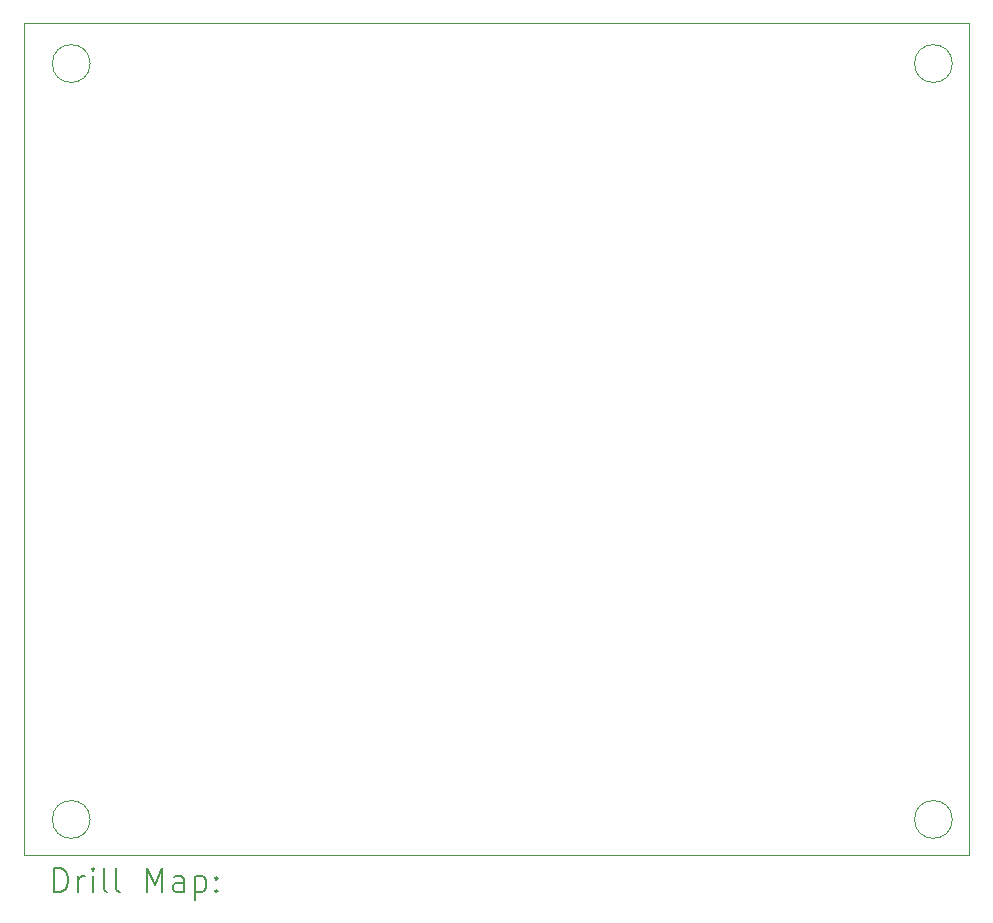
<source format=gbr>
%TF.GenerationSoftware,KiCad,Pcbnew,8.0.8*%
%TF.CreationDate,2025-02-24T17:06:38+09:00*%
%TF.ProjectId,LM13700_Overdrive,4c4d3133-3730-4305-9f4f-766572647269,rev?*%
%TF.SameCoordinates,Original*%
%TF.FileFunction,Drillmap*%
%TF.FilePolarity,Positive*%
%FSLAX45Y45*%
G04 Gerber Fmt 4.5, Leading zero omitted, Abs format (unit mm)*
G04 Created by KiCad (PCBNEW 8.0.8) date 2025-02-24 17:06:38*
%MOMM*%
%LPD*%
G01*
G04 APERTURE LIST*
%ADD10C,0.050000*%
%ADD11C,0.200000*%
G04 APERTURE END LIST*
D10*
X9360000Y-9400000D02*
G75*
G02*
X9040000Y-9400000I-160000J0D01*
G01*
X9040000Y-9400000D02*
G75*
G02*
X9360000Y-9400000I160000J0D01*
G01*
X16660000Y-9400000D02*
G75*
G02*
X16340000Y-9400000I-160000J0D01*
G01*
X16340000Y-9400000D02*
G75*
G02*
X16660000Y-9400000I160000J0D01*
G01*
X9360000Y-3000000D02*
G75*
G02*
X9040000Y-3000000I-160000J0D01*
G01*
X9040000Y-3000000D02*
G75*
G02*
X9360000Y-3000000I160000J0D01*
G01*
X16660000Y-3000000D02*
G75*
G02*
X16340000Y-3000000I-160000J0D01*
G01*
X16340000Y-3000000D02*
G75*
G02*
X16660000Y-3000000I160000J0D01*
G01*
X8800000Y-2653000D02*
X16800000Y-2653000D01*
X16800000Y-9700000D01*
X8800000Y-9700000D01*
X8800000Y-2653000D01*
D11*
X9058277Y-10013984D02*
X9058277Y-9813984D01*
X9058277Y-9813984D02*
X9105896Y-9813984D01*
X9105896Y-9813984D02*
X9134467Y-9823508D01*
X9134467Y-9823508D02*
X9153515Y-9842555D01*
X9153515Y-9842555D02*
X9163039Y-9861603D01*
X9163039Y-9861603D02*
X9172563Y-9899698D01*
X9172563Y-9899698D02*
X9172563Y-9928270D01*
X9172563Y-9928270D02*
X9163039Y-9966365D01*
X9163039Y-9966365D02*
X9153515Y-9985412D01*
X9153515Y-9985412D02*
X9134467Y-10004460D01*
X9134467Y-10004460D02*
X9105896Y-10013984D01*
X9105896Y-10013984D02*
X9058277Y-10013984D01*
X9258277Y-10013984D02*
X9258277Y-9880650D01*
X9258277Y-9918746D02*
X9267801Y-9899698D01*
X9267801Y-9899698D02*
X9277324Y-9890174D01*
X9277324Y-9890174D02*
X9296372Y-9880650D01*
X9296372Y-9880650D02*
X9315420Y-9880650D01*
X9382086Y-10013984D02*
X9382086Y-9880650D01*
X9382086Y-9813984D02*
X9372563Y-9823508D01*
X9372563Y-9823508D02*
X9382086Y-9833031D01*
X9382086Y-9833031D02*
X9391610Y-9823508D01*
X9391610Y-9823508D02*
X9382086Y-9813984D01*
X9382086Y-9813984D02*
X9382086Y-9833031D01*
X9505896Y-10013984D02*
X9486848Y-10004460D01*
X9486848Y-10004460D02*
X9477324Y-9985412D01*
X9477324Y-9985412D02*
X9477324Y-9813984D01*
X9610658Y-10013984D02*
X9591610Y-10004460D01*
X9591610Y-10004460D02*
X9582086Y-9985412D01*
X9582086Y-9985412D02*
X9582086Y-9813984D01*
X9839229Y-10013984D02*
X9839229Y-9813984D01*
X9839229Y-9813984D02*
X9905896Y-9956841D01*
X9905896Y-9956841D02*
X9972563Y-9813984D01*
X9972563Y-9813984D02*
X9972563Y-10013984D01*
X10153515Y-10013984D02*
X10153515Y-9909222D01*
X10153515Y-9909222D02*
X10143991Y-9890174D01*
X10143991Y-9890174D02*
X10124944Y-9880650D01*
X10124944Y-9880650D02*
X10086848Y-9880650D01*
X10086848Y-9880650D02*
X10067801Y-9890174D01*
X10153515Y-10004460D02*
X10134467Y-10013984D01*
X10134467Y-10013984D02*
X10086848Y-10013984D01*
X10086848Y-10013984D02*
X10067801Y-10004460D01*
X10067801Y-10004460D02*
X10058277Y-9985412D01*
X10058277Y-9985412D02*
X10058277Y-9966365D01*
X10058277Y-9966365D02*
X10067801Y-9947317D01*
X10067801Y-9947317D02*
X10086848Y-9937793D01*
X10086848Y-9937793D02*
X10134467Y-9937793D01*
X10134467Y-9937793D02*
X10153515Y-9928270D01*
X10248753Y-9880650D02*
X10248753Y-10080650D01*
X10248753Y-9890174D02*
X10267801Y-9880650D01*
X10267801Y-9880650D02*
X10305896Y-9880650D01*
X10305896Y-9880650D02*
X10324944Y-9890174D01*
X10324944Y-9890174D02*
X10334467Y-9899698D01*
X10334467Y-9899698D02*
X10343991Y-9918746D01*
X10343991Y-9918746D02*
X10343991Y-9975889D01*
X10343991Y-9975889D02*
X10334467Y-9994936D01*
X10334467Y-9994936D02*
X10324944Y-10004460D01*
X10324944Y-10004460D02*
X10305896Y-10013984D01*
X10305896Y-10013984D02*
X10267801Y-10013984D01*
X10267801Y-10013984D02*
X10248753Y-10004460D01*
X10429705Y-9994936D02*
X10439229Y-10004460D01*
X10439229Y-10004460D02*
X10429705Y-10013984D01*
X10429705Y-10013984D02*
X10420182Y-10004460D01*
X10420182Y-10004460D02*
X10429705Y-9994936D01*
X10429705Y-9994936D02*
X10429705Y-10013984D01*
X10429705Y-9890174D02*
X10439229Y-9899698D01*
X10439229Y-9899698D02*
X10429705Y-9909222D01*
X10429705Y-9909222D02*
X10420182Y-9899698D01*
X10420182Y-9899698D02*
X10429705Y-9890174D01*
X10429705Y-9890174D02*
X10429705Y-9909222D01*
M02*

</source>
